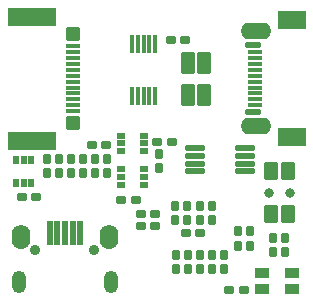
<source format=gts>
%TF.GenerationSoftware,KiCad,Pcbnew,(6.0.10)*%
%TF.CreationDate,2023-01-29T16:34:23+01:00*%
%TF.ProjectId,twonkie,74776f6e-6b69-4652-9e6b-696361645f70,rev?*%
%TF.SameCoordinates,PX448d510PY20b3950*%
%TF.FileFunction,Soldermask,Top*%
%TF.FilePolarity,Negative*%
%FSLAX46Y46*%
G04 Gerber Fmt 4.6, Leading zero omitted, Abs format (unit mm)*
G04 Created by KiCad (PCBNEW (6.0.10)) date 2023-01-29 16:34:23*
%MOMM*%
%LPD*%
G01*
G04 APERTURE LIST*
G04 Aperture macros list*
%AMRoundRect*
0 Rectangle with rounded corners*
0 $1 Rounding radius*
0 $2 $3 $4 $5 $6 $7 $8 $9 X,Y pos of 4 corners*
0 Add a 4 corners polygon primitive as box body*
4,1,4,$2,$3,$4,$5,$6,$7,$8,$9,$2,$3,0*
0 Add four circle primitives for the rounded corners*
1,1,$1+$1,$2,$3*
1,1,$1+$1,$4,$5*
1,1,$1+$1,$6,$7*
1,1,$1+$1,$8,$9*
0 Add four rect primitives between the rounded corners*
20,1,$1+$1,$2,$3,$4,$5,0*
20,1,$1+$1,$4,$5,$6,$7,0*
20,1,$1+$1,$6,$7,$8,$9,0*
20,1,$1+$1,$8,$9,$2,$3,0*%
G04 Aperture macros list end*
%ADD10O,0.901600X0.901600*%
%ADD11RoundRect,0.050800X-0.225000X-1.000000X0.225000X-1.000000X0.225000X1.000000X-0.225000X1.000000X0*%
%ADD12O,1.551600X2.101600*%
%ADD13O,1.251600X1.901600*%
%ADD14RoundRect,0.210800X-0.160000X0.197500X-0.160000X-0.197500X0.160000X-0.197500X0.160000X0.197500X0*%
%ADD15RoundRect,0.210800X0.160000X-0.197500X0.160000X0.197500X-0.160000X0.197500X-0.160000X-0.197500X0*%
%ADD16RoundRect,0.210800X0.197500X0.160000X-0.197500X0.160000X-0.197500X-0.160000X0.197500X-0.160000X0*%
%ADD17RoundRect,0.050800X0.325000X0.200000X-0.325000X0.200000X-0.325000X-0.200000X0.325000X-0.200000X0*%
%ADD18RoundRect,0.205800X0.155000X-0.212500X0.155000X0.212500X-0.155000X0.212500X-0.155000X-0.212500X0*%
%ADD19RoundRect,0.210800X-0.197500X-0.160000X0.197500X-0.160000X0.197500X0.160000X-0.197500X0.160000X0*%
%ADD20RoundRect,0.150800X-0.712500X-0.100000X0.712500X-0.100000X0.712500X0.100000X-0.712500X0.100000X0*%
%ADD21RoundRect,0.050800X-0.325000X-0.200000X0.325000X-0.200000X0.325000X0.200000X-0.325000X0.200000X0*%
%ADD22RoundRect,0.050800X-0.200000X0.325000X-0.200000X-0.325000X0.200000X-0.325000X0.200000X0.325000X0*%
%ADD23RoundRect,0.050800X0.500000X0.400000X-0.500000X0.400000X-0.500000X-0.400000X0.500000X-0.400000X0*%
%ADD24RoundRect,0.205800X-0.212500X-0.155000X0.212500X-0.155000X0.212500X0.155000X-0.212500X0.155000X0*%
%ADD25RoundRect,0.050800X0.625000X-0.205000X0.625000X0.205000X-0.625000X0.205000X-0.625000X-0.205000X0*%
%ADD26RoundRect,0.050800X0.500000X-0.130000X0.500000X0.130000X-0.500000X0.130000X-0.500000X-0.130000X0*%
%ADD27O,2.601600X1.401600*%
%ADD28RoundRect,0.050800X1.100000X-0.750000X1.100000X0.750000X-1.100000X0.750000X-1.100000X-0.750000X0*%
%ADD29RoundRect,0.050800X-0.500000X0.150000X-0.500000X-0.150000X0.500000X-0.150000X0.500000X0.150000X0*%
%ADD30RoundRect,0.050800X-0.500000X0.500000X-0.500000X-0.500000X0.500000X-0.500000X0.500000X0.500000X0*%
%ADD31RoundRect,0.050800X-2.000000X0.750000X-2.000000X-0.750000X2.000000X-0.750000X2.000000X0.750000X0*%
%ADD32C,0.801600*%
%ADD33RoundRect,0.050800X0.525000X-0.700000X0.525000X0.700000X-0.525000X0.700000X-0.525000X-0.700000X0*%
%ADD34RoundRect,0.210800X-0.222500X-0.160000X0.222500X-0.160000X0.222500X0.160000X-0.222500X0.160000X0*%
%ADD35RoundRect,0.050800X0.550000X0.875000X-0.550000X0.875000X-0.550000X-0.875000X0.550000X-0.875000X0*%
%ADD36RoundRect,0.125800X0.075000X-0.650000X0.075000X0.650000X-0.075000X0.650000X-0.075000X-0.650000X0*%
G04 APERTURE END LIST*
D10*
%TO.C,J3*%
X2529200Y-20840800D03*
X7529200Y-20840800D03*
D11*
X3729200Y-19390800D03*
X4379200Y-19390800D03*
X5029200Y-19390800D03*
X5679200Y-19390800D03*
X6329200Y-19390800D03*
D12*
X1304200Y-19790800D03*
D13*
X1154200Y-23590800D03*
X8904200Y-23590800D03*
D12*
X8754200Y-19790800D03*
%TD*%
D14*
%TO.C,R17*%
X14414500Y-21246500D03*
X14414500Y-22441500D03*
%TD*%
%TO.C,R19*%
X16446500Y-21246500D03*
X16446500Y-22441500D03*
%TD*%
D15*
%TO.C,R10*%
X7556500Y-14313500D03*
X7556500Y-13118500D03*
%TD*%
%TO.C,R12*%
X5524500Y-14313500D03*
X5524500Y-13118500D03*
%TD*%
D14*
%TO.C,R15*%
X3492500Y-13118500D03*
X3492500Y-14313500D03*
%TD*%
D16*
%TO.C,R8*%
X8535000Y-12001500D03*
X7340000Y-12001500D03*
%TD*%
D14*
%TO.C,R18*%
X15430500Y-21246500D03*
X15430500Y-22441500D03*
%TD*%
D15*
%TO.C,R11*%
X6540500Y-14313500D03*
X6540500Y-13118500D03*
%TD*%
%TO.C,R1*%
X19685000Y-20473000D03*
X19685000Y-19278000D03*
%TD*%
D17*
%TO.C,Q2*%
X11681500Y-15318500D03*
X11681500Y-14668500D03*
X11681500Y-14018500D03*
X9781500Y-14018500D03*
X9781500Y-14668500D03*
X9781500Y-15318500D03*
%TD*%
D16*
%TO.C,R7*%
X20155500Y-24257000D03*
X18960500Y-24257000D03*
%TD*%
D15*
%TO.C,R13*%
X4508500Y-14313500D03*
X4508500Y-13118500D03*
%TD*%
D16*
%TO.C,R22*%
X11011500Y-16637000D03*
X9816500Y-16637000D03*
%TD*%
D18*
%TO.C,C4*%
X14351000Y-18284000D03*
X14351000Y-17149000D03*
%TD*%
D14*
%TO.C,R23*%
X12954000Y-12737500D03*
X12954000Y-13932500D03*
%TD*%
D19*
%TO.C,R14*%
X1371000Y-16383000D03*
X2566000Y-16383000D03*
%TD*%
%TO.C,R16*%
X12864500Y-11684000D03*
X14059500Y-11684000D03*
%TD*%
D20*
%TO.C,U5*%
X16048500Y-12233000D03*
X16048500Y-12883000D03*
X16048500Y-13533000D03*
X16048500Y-14183000D03*
X20273500Y-14183000D03*
X20273500Y-13533000D03*
X20273500Y-12883000D03*
X20273500Y-12233000D03*
%TD*%
D14*
%TO.C,R20*%
X17462500Y-21246500D03*
X17462500Y-22441500D03*
%TD*%
%TO.C,R21*%
X18478500Y-21246500D03*
X18478500Y-22441500D03*
%TD*%
D21*
%TO.C,Q3*%
X9781500Y-11161000D03*
X9781500Y-11811000D03*
X9781500Y-12461000D03*
X11681500Y-12461000D03*
X11681500Y-11811000D03*
X11681500Y-11161000D03*
%TD*%
D22*
%TO.C,Q1*%
X2174000Y-13274000D03*
X1524000Y-13274000D03*
X874000Y-13274000D03*
X874000Y-15174000D03*
X1524000Y-15174000D03*
X2174000Y-15174000D03*
%TD*%
D23*
%TO.C,DS2*%
X24237000Y-24195000D03*
X24237000Y-22795000D03*
X21737000Y-22795000D03*
X21737000Y-24195000D03*
%TD*%
D24*
%TO.C,C9*%
X14037500Y-3048000D03*
X15172500Y-3048000D03*
%TD*%
D25*
%TO.C,J1*%
X20965000Y-3525000D03*
D26*
X21090000Y-4100000D03*
X21090000Y-4600000D03*
X21090000Y-5100000D03*
X21090000Y-5600000D03*
X21090000Y-6100000D03*
X21090000Y-6600000D03*
X21090000Y-7100000D03*
X21090000Y-7600000D03*
X21090000Y-8100000D03*
X21090000Y-8600000D03*
D25*
X20965000Y-9175000D03*
D27*
X21190000Y-10360000D03*
X21190000Y-2340000D03*
D28*
X24290000Y-11300000D03*
X24290000Y-1400000D03*
%TD*%
D29*
%TO.C,J2*%
X5675000Y-3600000D03*
X5675000Y-4100000D03*
X5675000Y-4600000D03*
X5675000Y-5100000D03*
X5675000Y-5600000D03*
X5675000Y-6100000D03*
X5675000Y-6600000D03*
X5675000Y-7100000D03*
X5675000Y-7600000D03*
X5675000Y-8100000D03*
X5675000Y-8600000D03*
X5675000Y-9100000D03*
D30*
X5675000Y-2600000D03*
X5675000Y-10100000D03*
D31*
X2215000Y-1100000D03*
X2215000Y-11600000D03*
%TD*%
D16*
%TO.C,R26*%
X12662500Y-17843500D03*
X11467500Y-17843500D03*
%TD*%
D19*
%TO.C,R25*%
X11467500Y-18859500D03*
X12662500Y-18859500D03*
%TD*%
D15*
%TO.C,R9*%
X8572500Y-14313500D03*
X8572500Y-13118500D03*
%TD*%
D18*
%TO.C,C5*%
X16446500Y-18284000D03*
X16446500Y-17149000D03*
%TD*%
D15*
%TO.C,R6*%
X22669500Y-21044500D03*
X22669500Y-19849500D03*
%TD*%
D14*
%TO.C,R24*%
X23685500Y-19849500D03*
X23685500Y-21044500D03*
%TD*%
D15*
%TO.C,R27*%
X20701000Y-20473000D03*
X20701000Y-19278000D03*
%TD*%
D32*
%TO.C,SW1*%
X22277500Y-16002000D03*
X24077500Y-16002000D03*
D33*
X22457500Y-17802000D03*
X22457500Y-14202000D03*
X23897500Y-14202000D03*
X23897500Y-17802000D03*
%TD*%
D34*
%TO.C,FB2*%
X15302500Y-19392900D03*
X16447500Y-19392900D03*
%TD*%
D18*
%TO.C,C2*%
X15367000Y-18284000D03*
X15367000Y-17149000D03*
%TD*%
%TO.C,C6*%
X17462500Y-18284000D03*
X17462500Y-17149000D03*
%TD*%
D35*
%TO.C,R29*%
X16830500Y-7766500D03*
X15430500Y-7766500D03*
X16830500Y-5016500D03*
X15430500Y-5016500D03*
%TD*%
D36*
%TO.C,U2*%
X10684000Y-7788000D03*
X11184000Y-7788000D03*
X11684000Y-7788000D03*
X12184000Y-7788000D03*
X12684000Y-7788000D03*
X12684000Y-3388000D03*
X12184000Y-3388000D03*
X11684000Y-3388000D03*
X11184000Y-3388000D03*
X10684000Y-3388000D03*
%TD*%
M02*

</source>
